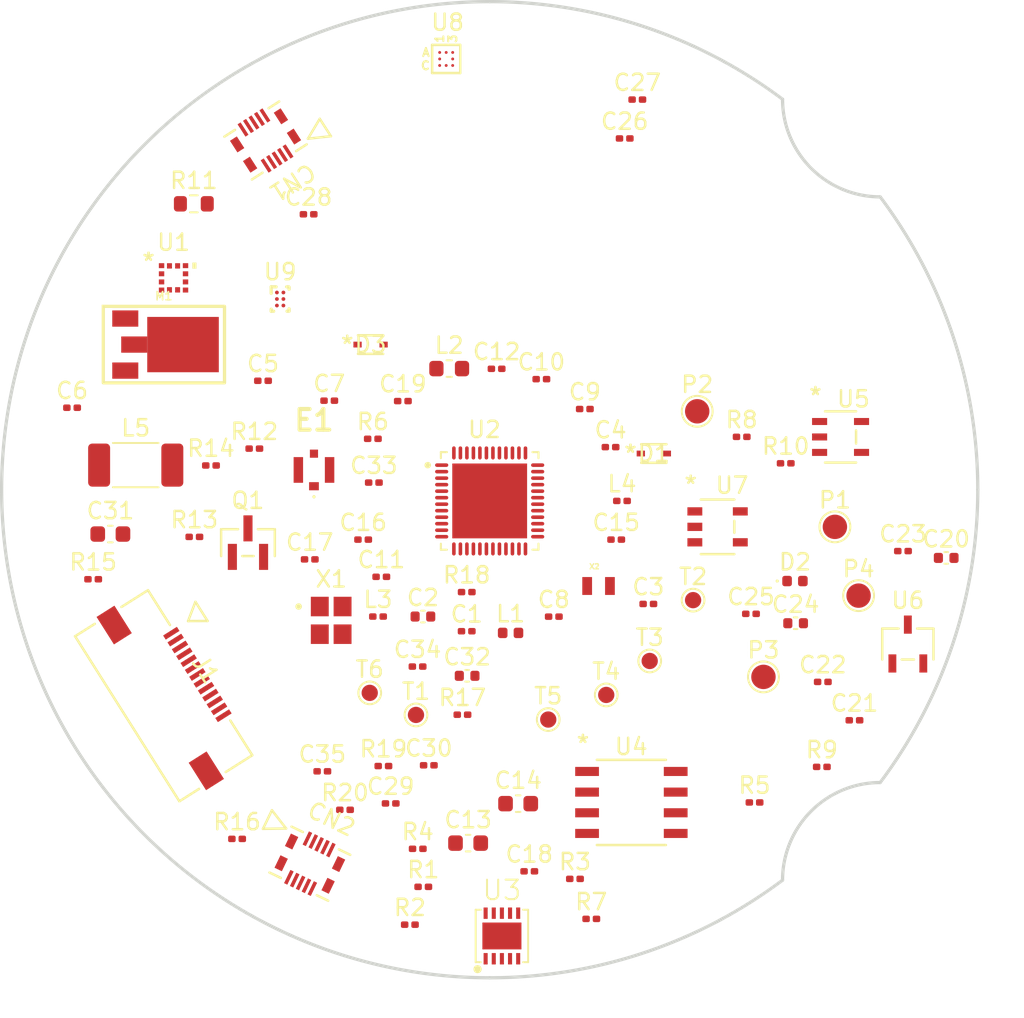
<source format=kicad_pcb>
(kicad_pcb (version 20240108) (generator "pcbnew") (generator_version "8.0")
  (layers (0 "F.Cu" signal) (31 "B.Cu" signal) (34 "B.Paste" user) (35 "F.Paste" user) (36 "B.SilkS" user "B.Silkscreen") (37 "F.SilkS" user "F.Silkscreen") (38 "B.Mask" user) (39 "F.Mask" user) (44 "Edge.Cuts" user))
  (net 0 "")
  (net 1 "Net-(U2-DEC4)")
  (net 2 "GND")
  (net 3 "3V3")
  (net 4 "Net-(U2-XC2)")
  (net 5 "Net-(U1-IO_VDD)")
  (net 6 "Net-(U2-P0.00{slash}XL1)")
  (net 7 "Net-(U2-XC1)")
  (net 8 "Net-(U2-DEC1)")
  (net 9 "Net-(U2-P0.01{slash}XL2)")
  (net 10 "Net-(U2-DEC3)")
  (net 11 "Net-(U2-DEC2)")
  (net 12 "Net-(U3-VREG)")
  (net 13 "Net-(C15-Pad1)")
  (net 14 "Net-(C15-Pad2)")
  (net 15 "Net-(U2-ANT)")
  (net 16 "VBAT")
  (net 17 "Net-(U5-CE)")
  (net 18 "Net-(D1-CATHODE)")
  (net 19 "Net-(D3-CATHODE)")
  (net 20 "Net-(D3-ANODE)")
  (net 21 "Net-(J1-VPP)")
  (net 22 "Net-(J1-VCOMH)")
  (net 23 "POWER_UP")
  (net 24 "BAT_P")
  (net 25 "RX2")
  (net 26 "RX3")
  (net 27 "TX0")
  (net 28 "RX1")
  (net 34 "SCL")
  (net 35 "HR_EN2")
  (net 36 "HR_INT")
  (net 37 "SDA")
  (net 38 "VUSB")
  (net 40 "Net-(J1-IREF)")
  (net 41 "SPI_CLK")
  (net 43 "OLED_CS")
  (net 44 "OLED_RES")
  (net 45 "OLED_A0")
  (net 46 "MOSI")
  (net 47 "Net-(L1-Pad2)")
  (net 48 "Net-(U2-DCC)")
  (net 49 "Net-(U9-SW)")
  (net 50 "Net-(Q1-B)")
  (net 51 "Net-(U3-CRX1)")
  (net 52 "Net-(U3-CRX3)")
  (net 53 "Net-(U3-CRX2)")
  (net 54 "RDY")
  (net 55 "Net-(U4-~HOLD~)")
  (net 56 "CLK")
  (net 57 "Net-(U4-~WP~)")
  (net 58 "C_STATUS")
  (net 59 "Net-(U7-ISEN)")
  (net 60 "MOTOR_DRV")
  (net 61 "Net-(U9-FB)")
  (net 62 "RX")
  (net 63 "TX")
  (net 64 "DIO")
  (net 65 "AC_CLK")
  (net 66 "AC_INT1")
  (net 68 "AC_MISO")
  (net 69 "AC_MOSI")
  (net 70 "AC_CS#")
  (net 74 "OLED_EN1")
  (net 78 "FLASH_CS")
  (net 80 "MISO")
  (net 81 "INT")
  (footprint "OD07_PLUS_-easyedapro:R_0201_0603Metric" (layer "F.Cu") (at 150.57687258130875 122.07306974084426 0)
    (property "Reference" "R4" (at 0 -1.05 0) (layer "F.SilkS"))
    (property "Value" "10K")
    (pad "1" smd roundrect (at -0.32 0) (size 0.46 0.4) (layers "F.Cu" "F.Mask") (net 54 "RDY"))
    (pad "2" smd roundrect (at 0.32 0) (size 0.46 0.4) (layers "F.Cu" "F.Mask") (net 3 "3V3"))
  )
  (footprint "OD07_PLUS_-easyedapro:C_0201_0603Metric" (layer "F.Cu") (at 149.662850217446 94.55248889875341 0)
    (property "Reference" "C19" (at 0 -1.05 0) (layer "F.SilkS"))
    (property "Value" "0.1uF")
    (pad "1" smd roundrect (at -0.32 0) (size 0.46 0.4) (layers "F.Cu" "F.Mask") (net 2 "GND"))
    (pad "2" smd roundrect (at 0.32 0) (size 0.46 0.4) (layers "F.Cu" "F.Mask") (net 3 "3V3"))
  )
  (footprint "OD07_PLUS_-easyedapro:C_0201_0603Metric" (layer "F.Cu") (at 143.93910358521694 104.28329502718555 0)
    (property "Reference" "C17" (at 0 -1.05 0) (layer "F.SilkS"))
    (property "Value" "NC")
    (pad "1" smd roundrect (at -0.32 0) (size 0.46 0.4) (layers "F.Cu" "F.Mask") (net 14 "Net-(C15-Pad2)"))
    (pad "2" smd roundrect (at 0.32 0) (size 0.46 0.4) (layers "F.Cu" "F.Mask") (net 2 "GND"))
  )
  (footprint "OD07_PLUS_-easyedapro:TestPoint_Pad_D1.0mm" (layer "F.Cu") (at 167.50160702619036 106.78836743664876 0)
    (property "Reference" "T2" (at 0 -1.448 0) (layer "F.SilkS"))
    (property "Value" "TX")
    (pad "1" smd circle (at 0 0) (size 1 1) (layers "F.Cu" "F.Mask") (net 63 "TX"))
  )
  (footprint "OD07_PLUS_-easyedapro:C_0201_0603Metric" (layer "F.Cu") (at 164.0734195407731 76.02170366264363 0)
    (property "Reference" "C27" (at 0 -1.05 0) (layer "F.SilkS"))
    (property "Value" "0.1uF")
    (pad "1" smd roundrect (at -0.32 0) (size 0.46 0.4) (layers "F.Cu" "F.Mask") (net 2 "GND"))
    (pad "2" smd roundrect (at 0.32 0) (size 0.46 0.4) (layers "F.Cu" "F.Mask") (net 3 "3V3"))
  )
  (footprint "OD07_PLUS_-easyedapro:R_0201_0603Metric" (layer "F.Cu") (at 170.48884888625412 96.7515718470366 0)
    (property "Reference" "R8" (at 0 -1.05 0) (layer "F.SilkS"))
    (property "Value" "10K")
    (pad "1" smd roundrect (at -0.32 0) (size 0.46 0.4) (layers "F.Cu" "F.Mask") (net 3 "3V3"))
    (pad "2" smd roundrect (at 0.32 0) (size 0.46 0.4) (layers "F.Cu" "F.Mask") (net 58 "C_STATUS"))
  )
  (footprint "OD07_PLUS_-easyedapro:CON_559099872" (layer "F.Cu") (at 141.221212873445 78.53575331585719 -147.30191377432848)
    (property "Reference" "CN1" (at 0 -3.05 -147.30191377432848) (layer "F.SilkS"))
    (property "Value" "")
    (fp_text user "" (at 0 -7.619999 0) (layer "F.SilkS"))
    (pad "1" smd rect (at -0.800001 -1.314999 -147.30191377432848) (size 0.22 0.9) (layers "F.Cu" "F.Paste" "F.Mask") (net 28 "RX1"))
    (pad "2" smd rect (at -0.399999 -1.314999 -147.30191377432848) (size 0.22 0.9) (layers "F.Cu" "F.Paste" "F.Mask") (net 25 "RX2"))
    (pad "3" smd rect (at 0 -1.314999 -147.30191377432848) (size 0.22 0.9) (layers "F.Cu" "F.Paste" "F.Mask") (net 26 "RX3"))
    (pad "4" smd rect (at 0.399999 -1.314999 -147.30191377432848) (size 0.22 0.9) (layers "F.Cu" "F.Paste" "F.Mask") (net 27 "TX0"))
    (pad "5" smd rect (at 0.800001 -1.314999 -147.30191377432848) (size 0.22 0.9) (layers "F.Cu" "F.Paste" "F.Mask"))
    (pad "6" smd rect (at -0.800001 1.314999 -147.30191377432848) (size 0.22 0.9) (layers "F.Cu" "F.Paste" "F.Mask"))
    (pad "7" smd rect (at -0.399999 1.314999 -147.30191377432848) (size 0.22 0.9) (layers "F.Cu" "F.Paste" "F.Mask"))
    (pad "8" smd rect (at 0 1.314999 -147.30191377432848) (size 0.22 0.9) (layers "F.Cu" "F.Paste" "F.Mask"))
    (pad "9" smd rect (at 0.399999 1.314999 -147.30191377432848) (size 0.22 0.9) (layers "F.Cu" "F.Paste" "F.Mask") (net 2 "GND"))
    (pad "10" smd rect (at 0.800001 1.314999 -147.30191377432848) (size 0.22 0.9) (layers "F.Cu" "F.Paste" "F.Mask") (net 2 "GND"))
    (pad "P1" smd rect (at -1.6 0.74 -147.30191377432848) (size 0.5 0.85) (layers "F.Cu" "F.Paste" "F.Mask"))
    (pad "P2" smd rect (at 1.599997 0.74 -147.30191377432848) (size 0.5 0.85) (layers "F.Cu" "F.Paste" "F.Mask"))
    (pad "P3" smd rect (at -1.6 -0.74 -147.30191377432848) (size 0.5 0.85) (layers "F.Cu" "F.Paste" "F.Mask"))
    (pad "P4" smd rect (at 1.599997 -0.74 -147.30191377432848) (size 0.5 0.85) (layers "F.Cu" "F.Paste" "F.Mask"))
  )
  (footprint "OD07_PLUS_-easyedapro:D_0402_1005Metric" (layer "F.Cu") (at 173.76382428839366 105.61444430768756 0)
    (property "Reference" "D2" (at 0 -1.17 0) (layer "F.SilkS"))
    (property "Value" "BTR04F15")
    (pad "1" smd roundrect (at -0.485 0) (size 0.59 0.64) (layers "F.Cu" "F.Paste" "F.Mask") (net 2 "GND"))
    (pad "2" smd roundrect (at 0.485 0) (size 0.59 0.64) (layers "F.Cu" "F.Paste" "F.Mask") (net 38 "VUSB"))
  )
  (footprint "OD07_PLUS_-easyedapro:C_0201_0603Metric" (layer "F.Cu") (at 164.75028188401106 107.02313862795833 0)
    (property "Reference" "C3" (at 0 -1.05 0) (layer "F.SilkS"))
    (property "Value" "0.1uF")
    (pad "1" smd roundrect (at -0.32 0) (size 0.46 0.4) (layers "F.Cu" "F.Mask") (net 2 "GND"))
    (pad "2" smd roundrect (at 0.32 0) (size 0.46 0.4) (layers "F.Cu" "F.Mask") (net 3 "3V3"))
  )
  (footprint "OD07_PLUS_-easyedapro:L_0201_0603Metric" (layer "F.Cu") (at 148.1347418203847 107.79723318784983 0)
    (property "Reference" "L3" (at 0 -1.05 0) (layer "F.SilkS"))
    (property "Value" "3.9nH")
    (pad "1" smd roundrect (at -0.32 0) (size 0.46 0.4) (layers "F.Cu" "F.Mask") (net 15 "Net-(U2-ANT)"))
    (pad "2" smd roundrect (at 0.32 0) (size 0.46 0.4) (layers "F.Cu" "F.Mask") (net 13 "Net-(C15-Pad1)"))
  )
  (footprint "OD07_PLUS_-easyedapro:C_0603_1608Metric" (layer "F.Cu") (at 131.682785338535 102.72627871289245 0)
    (property "Reference" "C31" (at 0 -1.43 0) (layer "F.SilkS"))
    (property "Value" "2.2uF")
    (pad "1" smd roundrect (at -0.775 0) (size 0.9 0.95) (layers "F.Cu" "F.Paste" "F.Mask") (net 21 "Net-(J1-VPP)"))
    (pad "2" smd roundrect (at 0.775 0) (size 0.9 0.95) (layers "F.Cu" "F.Paste" "F.Mask") (net 2 "GND"))
  )
  (footprint "OD07_PLUS_-easyedapro:C_0201_0603Metric" (layer "F.Cu") (at 151.25714654664534 116.93982539882985 0)
    (property "Reference" "C30" (at 0 -1.05 0) (layer "F.SilkS"))
    (property "Value" "0.1uF")
    (pad "1" smd roundrect (at -0.32 0) (size 0.46 0.4) (layers "F.Cu" "F.Mask") (net 2 "GND"))
    (pad "2" smd roundrect (at 0.32 0) (size 0.46 0.4) (layers "F.Cu" "F.Mask") (net 21 "Net-(J1-VPP)"))
  )
  (footprint "OD07_PLUS_-easyedapro:CON_5051101392_MOL" (layer "F.Cu") (at 134.96110901470252 112.66521717245973 -57.70582785539017)
    (property "Reference" "J1" (at 0 -3.05 -57.70582785539017) (layer "F.SilkS"))
    (property "Value" "")
    (fp_text user "" (at 0 -8.89 0) (layer "F.SilkS"))
    (pad "1" smd rect (at -2.999999 -2.45 -57.70582785539017) (size 0.3 1) (layers "F.Cu" "F.Paste" "F.Mask"))
    (pad "2" smd rect (at -2.5 -2.45 -57.70582785539017) (size 0.3 1) (layers "F.Cu" "F.Paste" "F.Mask") (net 21 "Net-(J1-VPP)"))
    (pad "3" smd rect (at -1.999999 -2.45 -57.70582785539017) (size 0.3 1) (layers "F.Cu" "F.Paste" "F.Mask") (net 22 "Net-(J1-VCOMH)"))
    (pad "4" smd rect (at -1.5 -2.45 -57.70582785539017) (size 0.3 1) (layers "F.Cu" "F.Paste" "F.Mask") (net 3 "3V3"))
    (pad "5" smd rect (at -0.999998 -2.45 -57.70582785539017) (size 0.3 1) (layers "F.Cu" "F.Paste" "F.Mask") (net 2 "GND"))
    (pad "6" smd rect (at -0.499999 -2.45 -57.70582785539017) (size 0.3 1) (layers "F.Cu" "F.Paste" "F.Mask") (net 40 "Net-(J1-IREF)"))
    (pad "7" smd rect (at 0 -2.45 -57.70582785539017) (size 0.3 1) (layers "F.Cu" "F.Paste" "F.Mask") (net 43 "OLED_CS"))
    (pad "8" smd rect (at 0.500002 -2.45 -57.70582785539017) (size 0.3 1) (layers "F.Cu" "F.Paste" "F.Mask") (net 44 "OLED_RES"))
    (pad "9" smd rect (at 1.000001 -2.45 -57.70582785539017) (size 0.3 1) (layers "F.Cu" "F.Paste" "F.Mask") (net 45 "OLED_A0"))
    (pad "10" smd rect (at 1.500002 -2.45 -57.70582785539017) (size 0.3 1) (layers "F.Cu" "F.Paste" "F.Mask") (net 41 "SPI_CLK"))
    (pad "11" smd rect (at 2.000001 -2.45 -57.70582785539017) (size 0.3 1) (layers "F.Cu" "F.Paste" "F.Mask") (net 46 "MOSI"))
    (pad "12" smd rect (at 2.5 -2.45 -57.70582785539017) (size 0.3 1) (layers "F.Cu" "F.Paste" "F.Mask") (net 2 "GND"))
    (pad "13" smd rect (at 3.000002 -2.45 -57.70582785539017) (size 0.3 1) (layers "F.Cu" "F.Paste" "F.Mask"))
    (pad "P1" smd rect (at -5.299994 0.249999 -57.70582785539017) (size 2 1.3) (layers "F.Cu" "F.Paste" "F.Mask"))
    (pad "P2" smd rect (at 5.299994 0.249999 -57.70582785539017) (size 2 1.3) (layers "F.Cu" "F.Paste" "F.Mask"))
  )
  (footprint "OD07_PLUS_-easyedapro:C_0201_0603Metric" (layer "F.Cu") (at 160.84799114054294 95.04084269802007 0)
    (property "Reference" "C9" (at 0 -1.05 0) (layer "F.SilkS"))
    (property "Value" "0.1uF")
    (pad "1" smd roundrect (at -0.32 0) (size 0.46 0.4) (layers "F.Cu" "F.Mask") (net 8 "Net-(U2-DEC1)"))
    (pad "2" smd roundrect (at 0.32 0) (size 0.46 0.4) (layers "F.Cu" "F.Mask") (net 2 "GND"))
  )
  (footprint "OD07_PLUS_-easyedapro:L_0402_1005Metric" (layer "F.Cu") (at 156.2828796607441 108.80170970001481 0)
    (property "Reference" "L1" (at 0 -1.17 0) (layer "F.SilkS"))
    (property "Value" "15nH")
    (pad "1" smd roundrect (at -0.485 0) (size 0.59 0.64) (layers "F.Cu" "F.Paste" "F.Mask") (net 1 "Net-(U2-DEC4)"))
    (pad "2" smd roundrect (at 0.485 0) (size 0.59 0.64) (layers "F.Cu" "F.Paste" "F.Mask") (net 47 "Net-(L1-Pad2)"))
  )
  (footprint "OD07_PLUS_-easyedapro:C_0201_0603Metric" (layer "F.Cu") (at 158.9407239107671 107.80266572067478 0)
    (property "Reference" "C8" (at 0 -1.05 0) (layer "F.SilkS"))
    (property "Value" "12pF")
    (pad "1" smd roundrect (at -0.32 0) (size 0.46 0.4) (layers "F.Cu" "F.Mask") (net 7 "Net-(U2-XC1)"))
    (pad "2" smd roundrect (at 0.32 0) (size 0.46 0.4) (layers "F.Cu" "F.Mask") (net 2 "GND"))
  )
  (footprint "OD07_PLUS_-easyedapro:SOT-23_MCC" (layer "F.Cu") (at 140.14204684173848 103.2527995264318 0)
    (property "Reference" "Q1" (at -0.01 -2.59 0) (layer "F.SilkS"))
    (property "Value" "MMBT3904")
    (pad "1" smd rect (at -0.95885 0.8763) (size 0.5588 1.6002) (layers "F.Cu" "F.Paste" "F.Mask") (net 50 "Net-(Q1-B)"))
    (pad "2" smd rect (at 0.95885 0.8763) (size 0.5588 1.6002) (layers "F.Cu" "F.Paste" "F.Mask") (net 2 "GND"))
    (pad "3" smd rect (at 0 -0.8763) (size 0.5588 1.6002) (layers "F.Cu" "F.Paste" "F.Mask") (net 20 "Net-(D3-ANODE)"))
  )
  (footprint "OD07_PLUS_-easyedapro:TestPoint_Pad_D1.5mm" (layer "F.Cu") (at 171.8262675420433 111.50611696314706 0)
    (property "Reference" "P3" (at 0 -1.648 0) (layer "F.SilkS"))
    (property "Value" "GND")
    (pad "1" smd circle (at 0 0) (size 1.5 1.5) (layers "F.Cu" "F.Mask") (net 2 "GND"))
  )
  (footprint "OD07_PLUS_-easyedapro:C_0201_0603Metric" (layer "F.Cu") (at 155.4237230421785 92.56886130854781 0)
    (property "Reference" "C12" (at 0 -1.05 0) (layer "F.SilkS"))
    (property "Value" "NC")
    (pad "1" smd roundrect (at -0.32 0) (size 0.46 0.4) (layers "F.Cu" "F.Mask") (net 11 "Net-(U2-DEC2)"))
    (pad "2" smd roundrect (at 0.32 0) (size 0.46 0.4) (layers "F.Cu" "F.Mask") (net 2 "GND"))
  )
  (footprint "OD07_PLUS_-easyedapro:R_0201_0603Metric" (layer "F.Cu") (at 171.27840305027445 119.2232 0)
    (property "Reference" "R5" (at 0 -1.05 0) (layer "F.SilkS"))
    (property "Value" "10K")
    (pad "1" smd roundrect (at -0.32 0) (size 0.46 0.4) (layers "F.Cu" "F.Mask") (net 3 "3V3"))
    (pad "2" smd roundrect (at 0.32 0) (size 0.46 0.4) (layers "F.Cu" "F.Mask") (net 55 "Net-(U4-~HOLD~)"))
  )
  (footprint "OD07_PLUS_-easyedapro:TestPoint_Pad_D1.0mm" (layer "F.Cu") (at 164.83496632906832 110.52685981396021 0)
    (property "Reference" "T3" (at 0 -1.448 0) (layer "F.SilkS"))
    (property "Value" "SWDIO")
    (pad "1" smd circle (at 0 0) (size 1 1) (layers "F.Cu" "F.Mask") (net 64 "DIO"))
  )
  (footprint "OD07_PLUS_-easyedapro:TestPoint_Pad_D1.5mm" (layer "F.Cu") (at 177.67467682957852 106.51110354997809 0)
    (property "Reference" "P4" (at 0 -1.648 0) (layer "F.SilkS"))
    (property "Value" "B-")
    (pad "1" smd circle (at 0 0) (size 1.5 1.5) (layers "F.Cu" "F.Mask") (net 2 "GND"))
  )
  (footprint "OD07_PLUS_-easyedapro:WL-CSPBGA8_1p2x1p2x0p5_AKM" (layer "F.Cu") (at 152.325 73.5245 0.0)
    (property "Reference" "U8" (at 0.09 -2.25 0) (layer "F.SilkS"))
    (property "Value" "AK09911C")
    (fp_text user "C" (at -1.28 0.41 0) (layer "F.SilkS") (effects (font (size 0.5 0.5))))
    (fp_text user "1" (at -0.4 -1.2446 90) (layer "F.SilkS") (effects (font (size 0.5 0.5))))
    (fp_text user "A" (at -1.2446 -0.4 0) (layer "F.SilkS") (effects (font (size 0.5 0.5))))
    (fp_text user "3" (at 0.4 -1.2446 90) (layer "F.SilkS") (effects (font (size 0.5 0.5))))
    (pad "A1" smd circle (at -0.4 -0.4) (size 0.1778 0.1778) (layers "F.Cu" "F.Paste" "F.Mask") (net 3 "3V3"))
    (pad "A2" smd circle (at 0 -0.4) (size 0.1778 0.1778) (layers "F.Cu" "F.Paste" "F.Mask"))
    (pad "A3" smd circle (at 0.4 -0.4) (size 0.1778 0.1778) (layers "F.Cu" "F.Paste" "F.Mask") (net 81 "INT"))
    (pad "B1" smd circle (at -0.4 0) (size 0.1778 0.1778) (layers "F.Cu" "F.Paste" "F.Mask") (net 2 "GND"))
    (pad "B3" smd circle (at 0.4 0) (size 0.1778 0.1778) (layers "F.Cu" "F.Paste" "F.Mask") (net 34 "SCL"))
    (pad "C1" smd circle (at -0.4 0.4) (size 0.1778 0.1778) (layers "F.Cu" "F.Paste" "F.Mask") (net 3 "3V3"))
    (pad "C2" smd circle (at 0 0.4) (size 0.1778 0.1778) (layers "F.Cu" "F.Paste" "F.Mask"))
    (pad "C3" smd circle (at 0.4 0.4) (size 0.1778 0.1778) (layers "F.Cu" "F.Paste" "F.Mask") (net 37 "SDA"))
  )
  (footprint "OD07_PLUS_-easyedapro:R_0201_0603Metric" (layer "F.Cu") (at 175.41488328905797 117.03709956254343 0)
    (property "Reference" "R9" (at 0 -1.05 0) (layer "F.SilkS"))
    (property "Value" "NC")
    (pad "1" smd roundrect (at -0.32 0) (size 0.46 0.4) (layers "F.Cu" "F.Mask") (net 17 "Net-(U5-CE)"))
    (pad "2" smd roundrect (at 0.32 0) (size 0.46 0.4) (layers "F.Cu" "F.Mask") (net 16 "VBAT"))
  )
  (footprint "OD07_PLUS_-easyedapro:R_0201_0603Metric" (layer "F.Cu") (at 150.09339093356996 126.73545573957907 0)
    (property "Reference" "R2" (at 0 -1.05 0) (layer "F.SilkS"))
    (property "Value" "330R")
    (pad "1" smd roundrect (at -0.32 0) (size 0.46 0.4) (layers "F.Cu" "F.Mask") (net 52 "Net-(U3-CRX3)"))
    (pad "2" smd roundrect (at 0.32 0) (size 0.46 0.4) (layers "F.Cu" "F.Mask") (net 26 "RX3"))
  )
  (footprint "OD07_PLUS_-easyedapro:C_0201_0603Metric" (layer "F.Cu") (at 162.7750586688665 103.06765663069429 0)
    (property "Reference" "C15" (at 0 -1.05 0) (layer "F.SilkS"))
    (property "Value" "12pF")
    (pad "1" smd roundrect (at -0.32 0) (size 0.46 0.4) (layers "F.Cu" "F.Mask") (net 13 "Net-(C15-Pad1)"))
    (pad "2" smd roundrect (at 0.32 0) (size 0.46 0.4) (layers "F.Cu" "F.Mask") (net 14 "Net-(C15-Pad2)"))
  )
  (footprint "OD07_PLUS_-easyedapro:CR_350TA_DIO" (layer "F.Cu") (at 165.0887131755152 97.77638677404545 0)
    (property "Reference" "D1" (at 0 0 0) (layer "F.SilkS"))
    (property "Value" "ZHCS350TA")
    (fp_text user "*" (at -1.4351 0 0) (layer "F.SilkS"))
    (fp_text user "*" (at -1.4351 0 0) (layer "F.SilkS"))
    (pad "1" smd rect (at -0.8001 0) (size 0.508 0.3556) (layers "F.Cu" "F.Paste" "F.Mask") (net 38 "VUSB"))
    (pad "2" smd rect (at 0.8001 0) (size 0.508 0.3556) (layers "F.Cu" "F.Paste" "F.Mask") (net 18 "Net-(D1-CATHODE)"))
  )
  (footprint "OD07_PLUS_-easyedapro:C_0402_1005Metric" (layer "F.Cu") (at 150.89514139433155 107.79655880394239 0)
    (property "Reference" "C2" (at 0 -1.16 0) (layer "F.SilkS"))
    (property "Value" "4.7uF")
    (pad "1" smd roundrect (at -0.48 0) (size 0.56 0.62) (layers "F.Cu" "F.Paste" "F.Mask") (net 2 "GND"))
    (pad "2" smd roundrect (at 0.48 0) (size 0.56 0.62) (layers "F.Cu" "F.Paste" "F.Mask") (net 3 "3V3"))
  )
  (footprint "OD07_PLUS_-easyedapro:IQS263B" (layer "F.Cu") (at 155.75 127.43 0.0)
    (property "Reference" "U3" (at 0 -2.81 0) (layer "F.SilkS") (effects (font (size 1.2 1.2) (thickness 0.12))))
    (property "Value" "IQS263")
    (pad "1" smd rect (at -1 1.4 90) (size 0.7 0.25) (layers "F.Cu" "F.Paste" "F.Mask") (net 2 "GND"))
    (pad "2" smd rect (at -0.5 1.4 90) (size 0.7 0.25) (layers "F.Cu" "F.Paste" "F.Mask") (net 51 "Net-(U3-CRX1)"))
    (pad "3" smd rect (at 0 1.4 90) (size 0.7 0.25) (layers "F.Cu" "F.Paste" "F.Mask") (net 53 "Net-(U3-CRX2)"))
    (pad "4" smd rect (at 0.5 1.4 90) (size 0.7 0.25) (layers "F.Cu" "F.Paste" "F.Mask") (net 3 "3V3"))
    (pad "5" smd rect (at 1 1.4 90) (size 0.7 0.25) (layers "F.Cu" "F.Paste" "F.Mask") (net 12 "Net-(U3-VREG)"))
    (pad "6" smd rect (at 1 -1.4 90) (size 0.7 0.25) (layers "F.Cu" "F.Paste" "F.Mask") (net 54 "RDY"))
    (pad "7" smd rect (at 0.5 -1.4 90) (size 0.7 0.25) (layers "F.Cu" "F.Paste" "F.Mask") (net 37 "SDA"))
    (pad "8" smd rect (at 0 -1.4 90) (size 0.7 0.25) (layers "F.Cu" "F.Paste" "F.Mask") (net 34 "SCL"))
    (pad "9" smd rect (at -0.5 -1.4 90) (size 0.7 0.25) (layers "F.Cu" "F.Paste" "F.Mask") (net 52 "Net-(U3-CRX3)"))
    (pad "10" smd rect (at -1 -1.4 90) (size 0.7 0.25) (layers "F.Cu" "F.Paste" "F.Mask") (net 27 "TX0"))
    (pad "11" smd rect (at 0 0) (size 2.4 1.65) (layers "F.Cu" "F.Paste" "F.Mask") (net 2 "GND"))
  )
  (footprint "OD07_PLUS_-easyedapro:TestPoint_Pad_D1.0mm" (layer "F.Cu") (at 147.62618621434225 112.48755264446078 0)
    (property "Reference" "T6" (at 0 -1.448 0) (layer "F.SilkS"))
    (property "Value" "GND")
    (pad "1" smd circle (at 0 0) (size 1 1) (layers "F.Cu" "F.Mask") (net 2 "GND"))
  )
  (footprint "OD07_PLUS_-easyedapro:CR_350TA_DIO" (layer "F.Cu") (at 147.67764803659955 91.08 0)
    (property "Reference" "D3" (at 0 0 0) (layer "F.SilkS"))
    (property "Value" "ZHCS350TA")
    (fp_text user "*" (at -1.4351 0 0) (layer "F.SilkS"))
    (fp_text user "*" (at -1.4351 0 0) (layer "F.SilkS"))
    (pad "1" smd rect (at -0.8001 0) (size 0.508 0.3556) (layers "F.Cu" "F.Paste" "F.Mask") (net 20 "Net-(D3-ANODE)"))
    (pad "2" smd rect (at 0.8001 0) (size 0.508 0.3556) (layers "F.Cu" "F.Paste" "F.Mask") (net 19 "Net-(D3-CATHODE)"))
  )
  (footprint "OD07_PLUS_-easyedapro:C_0201_0603Metric" (layer "F.Cu") (at 148.33653066504684 105.35449480768945 0)
    (property "Reference" "C11" (at 0 -1.05 0) (layer "F.SilkS"))
    (property "Value" "100pF")
    (pad "1" smd roundrect (at -0.32 0) (size 0.46 0.4) (layers "F.Cu" "F.Mask") (net 10 "Net-(U2-DEC3)"))
    (pad "2" smd roundrect (at 0.32 0) (size 0.46 0.4) (layers "F.Cu" "F.Mask") (net 2 "GND"))
  )
  (footprint "OD07_PLUS_-easyedapro:CON_559099872" (layer "F.Cu") (at 143.9454426476036 122.98621612240504 -25.68390131368288)
    (property "Reference" "CN2" (at 0 -3.05 -25.68390131368288) (layer "F.SilkS"))
    (property "Value" "")
    (fp_text user "" (at 0 -7.619999 0) (layer "F.SilkS"))
    (pad "1" smd rect (at -0.800001 -1.314999 -25.68390131368288) (size 0.22 0.9) (layers "F.Cu" "F.Paste" "F.Mask") (net 37 "SDA"))
    (pad "2" smd rect (at -0.399999 -1.314999 -25.68390131368288) (size 0.22 0.9) (layers "F.Cu" "F.Paste" "F.Mask") (net 34 "SCL"))
    (pad "3" smd rect (at 0 -1.314999 -25.68390131368288) (size 0.22 0.9) (layers "F.Cu" "F.Paste" "F.Mask") (net 36 "HR_INT"))
    (pad "4" smd rect (at 0.399999 -1.314999 -25.68390131368288) (size 0.22 0.9) (layers "F.Cu" "F.Paste" "F.Mask") (net 35 "HR_EN2"))
    (pad "5" smd rect (at 0.800001 -1.314999 -25.68390131368288) (size 0.22 0.9) (layers "F.Cu" "F.Paste" "F.Mask") (net 3 "3V3"))
    (pad "6" smd rect (at -0.800001 1.314999 -25.68390131368288) (size 0.22 0.9) (layers "F.Cu" "F.Paste" "F.Mask") (net 16 "VBAT"))
    (pad "7" smd rect (at -0.399999 1.314999 -25.68390131368288) (size 0.22 0.9) (layers "F.Cu" "F.Paste" "F.Mask") (net 16 "VBAT"))
    (pad "8" smd rect (at 0 1.314999 -25.68390131368288) (size 0.22 0.9) (layers "F.Cu" "F.Paste" "F.Mask"))
    (pad "9" smd rect (at 0.399999 1.314999 -25.68390131368288) (size 0.22 0.9) (layers "F.Cu" "F.Paste" "F.Mask") (net 2 "GND"))
    (pad "10" smd rect (at 0.800001 1.314999 -25.68390131368288) (size 0.22 0.9) (layers "F.Cu" "F.Paste" "F.Mask") (net 2 "GND"))
    (pad "P1" smd rect (at -1.6 0.74 -25.68390131368288) (size 0.5 0.85) (layers "F.Cu" "F.Paste" "F.Mask"))
    (pad "P2" smd rect (at 1.599997 0.74 -25.68390131368288) (size 0.5 0.85) (layers "F.Cu" "F.Paste" "F.Mask"))
    (pad "P3" smd rect (at -1.6 -0.74 -25.68390131368288) (size 0.5 0.85) (layers "F.Cu" "F.Paste" "F.Mask"))
    (pad "P4" smd rect (at 1.599997 -0.74 -25.68390131368288) (size 0.5 0.85) (layers "F.Cu" "F.Paste" "F.Mask"))
  )
  (footprint "OD07_PLUS_-easyedapro:C_0603_1608Metric" (layer "F.Cu") (at 156.74862016682175 119.29689141143987 0)
    (property "Reference" "C14" (at 0 -1.43 0) (layer "F.SilkS"))
    (property "Value" "2.2uF")
    (pad "1" smd roundrect (at -0.775 0) (size 0.9 0.95) (layers "F.Cu" "F.Paste" "F.Mask") (net 12 "Net-(U3-VREG)"))
    (pad "2" smd roundrect (at 0.775 0) (size 0.9 0.95) (layers "F.Cu" "F.Paste" "F.Mask") (net 2 "GND"))
  )
  (footprint "OD07_PLUS_-easyedapro:R_0201_0603Metric" (layer "F.Cu") (at 160.24094358577173 123.92129032698375 0)
    (property "Reference" "R3" (at 0 -1.05 0) (layer "F.SilkS"))
    (property "Value" "330R")
    (pad "1" smd roundrect (at -0.32 0) (size 0.46 0.4) (layers "F.Cu" "F.Mask") (net 25 "RX2"))
    (pad "2" smd roundrect (at 0.32 0) (size 0.46 0.4) (layers "F.Cu" "F.Mask") (net 53 "Net-(U3-CRX2)"))
  )
  (footprint "OD07_PLUS_-easyedapro:C_0402_1005Metric" (layer "F.Cu") (at 183.05894847986022 104.19235783268104 0)
    (property "Reference" "C20" (at 0 -1.16 0) (layer "F.SilkS"))
    (property "Value" "4.7uF")
    (pad "1" smd roundrect (at -0.48 0) (size 0.56 0.62) (layers "F.Cu" "F.Paste" "F.Mask") (net 3 "3V3"))
    (pad "2" smd roundrect (at 0.48 0) (size 0.56 0.62) (layers "F.Cu" "F.Paste" "F.Mask") (net 2 "GND"))
  )
  (footprint "OD07_PLUS_-easyedapro:R_0201_0603Metric" (layer "F.Cu") (at 130.62593491824478 105.50375805076999 0)
    (property "Reference" "R15" (at 0 -1.05 0) (layer "F.SilkS"))
    (property "Value" "155K 1%")
    (pad "1" smd roundrect (at -0.32 0) (size 0.46 0.4) (layers "F.Cu" "F.Mask") (net 61 "Net-(U9-FB)"))
    (pad "2" smd roundrect (at 0.32 0) (size 0.46 0.4) (layers "F.Cu" "F.Mask") (net 2 "GND"))
  )
  (footprint "OD07_PLUS_-easyedapro:TestPoint_Pad_D1.5mm" (layer "F.Cu") (at 176.2181844144879 102.2834 0)
    (property "Reference" "P1" (at 0 -1.648 0) (layer "F.SilkS"))
    (property "Value" "VUSB")
    (pad "1" smd circle (at 0 0) (size 1.5 1.5) (layers "F.Cu" "F.Mask") (net 38 "VUSB"))
  )
  (footprint "OD07_PLUS_-easyedapro:R_0201_0603Metric" (layer "F.Cu") (at 137.867543537864 98.51061789525727 0)
    (property "Reference" "R14" (at 0 -1.05 0) (layer "F.SilkS"))
    (property "Value" "810K 1%")
    (pad "1" smd roundrect (at -0.32 0) (size 0.46 0.4) (layers "F.Cu" "F.Mask") (net 61 "Net-(U9-FB)"))
    (pad "2" smd roundrect (at 0.32 0) (size 0.46 0.4) (layers "F.Cu" "F.Mask") (net 21 "Net-(J1-VPP)"))
  )
  (footprint "OD07_PLUS_-easyedapro:C_0201_0603Metric" (layer "F.Cu") (at 158.1756504166674 93.2041938036049 0)
    (property "Reference" "C10" (at 0 -1.05 0) (layer "F.SilkS"))
    (property "Value" "20PF")
    (pad "1" smd roundrect (at -0.32 0) (size 0.46 0.4) (layers "F.Cu" "F.Mask") (net 2 "GND"))
    (pad "2" smd roundrect (at 0.32 0) (size 0.46 0.4) (layers "F.Cu" "F.Mask") (net 9 "Net-(U2-P0.01{slash}XL2)"))
  )
  (footprint "OD07_PLUS_-easyedapro:TestPoint_Pad_D1.0mm" (layer "F.Cu") (at 162.16301924640965 112.61441366442797 0)
    (property "Reference" "T4" (at 0 -1.448 0) (layer "F.SilkS"))
    (property "Value" "SWDCLK")
    (pad "1" smd circle (at 0 0) (size 1 1) (layers "F.Cu" "F.Mask") (net 56 "CLK"))
  )
  (footprint "OD07_PLUS_-easyedapro:R_0201_0603Metric" (layer "F.Cu") (at 148.46594352545992 116.98550817034189 0)
    (property "Reference" "R19" (at 0 -1.05 0) (layer "F.SilkS"))
    (property "Value" "1M_1%")
    (pad "1" smd roundrect (at -0.32 0) (size 0.46 0.4) (layers "F.Cu" "F.Mask") (net 16 "VBAT"))
    (pad "2" smd roundrect (at 0.32 0) (size 0.46 0.4) (layers "F.Cu" "F.Mask") (net 24 "BAT_P"))
  )
  (footprint "OD07_PLUS_-easyedapro:R_0201_0603Metric" (layer "F.Cu") (at 147.81772682007835 96.87212692201132 0)
    (property "Reference" "R6" (at 0 -1.05 0) (layer "F.SilkS"))
    (property "Value" "10K")
    (pad "1" smd roundrect (at -0.32 0) (size 0.46 0.4) (layers "F.Cu" "F.Mask") (net 56 "CLK"))
    (pad "2" smd roundrect (at 0.32 0) (size 0.46 0.4) (layers "F.Cu" "F.Mask") (net 2 "GND"))
  )
  (footprint "OD07_PLUS_-easyedapro:C_0201_0603Metric" (layer "F.Cu") (at 145.13689883381124 94.52803557285048 0)
    (property "Reference" "C7" (at 0 -1.05 0) (layer "F.SilkS"))
    (property "Value" "20PF")
    (pad "1" smd roundrect (at -0.32 0) (size 0.46 0.4) (layers "F.Cu" "F.Mask") (net 2 "GND"))
    (pad "2" smd roundrect (at 0.32 0) (size 0.46 0.4) (layers "F.Cu" "F.Mask") (net 6 "Net-(U2-P0.00{slash}XL1)"))
  )
  (footprint "OD07_PLUS_-easyedapro:R_0201_0603Metric" (layer "F.Cu") (at 139.47256556266075 121.46350220654378 0)
    (property "Reference" "R16" (at 0 -1.05 0) (layer "F.SilkS"))
    (property "Value" "560K")
    (pad "1" smd roundrect (at -0.32 0) (size 0.46 0.4) (layers "F.Cu" "F.Mask") (net 40 "Net-(J1-IREF)"))
    (pad "2" smd roundrect (at 0.32 0) (size 0.46 0.4) (layers "F.Cu" "F.Mask") (net 2 "GND"))
  )
  (footprint "OD07_PLUS_-easyedapro:R_0201_0603Metric" (layer "F.Cu") (at 153.58820086318968 106.29291341741153 0)
    (property "Reference" "R18" (at 0 -1.05 0) (layer "F.SilkS"))
    (property "Value" "1M_1%")
    (pad "1" smd roundrect (at -0.32 0) (size 0.46 0.4) (layers "F.Cu" "F.Mask") (net 23 "POWER_UP"))
    (pad "2" smd roundrect (at 0.32 0) (size 0.46 0.4) (layers "F.Cu" "F.Mask") (net 2 "GND"))
  )
  (footprint "OD07_PLUS_-easyedapro:XC61C_SOT-23_TOR" (layer "F.Cu") (at 180.7018 109.48660000000001 0.0)
    (property "Reference" "U6" (at 0 -2.68 0) (layer "F.SilkS"))
    (property "Value" "XC61CC3302MR-G")
    (pad "1" smd rect (at -0.950001 1.1938) (size 0.4826 1.1176) (layers "F.Cu" "F.Paste" "F.Mask") (net 17 "Net-(U5-CE)"))
    (pad "2" smd rect (at 0.950001 1.1938) (size 0.4826 1.1176) (layers "F.Cu" "F.Paste" "F.Mask") (net 2 "GND"))
    (pad "3" smd rect (at 0 -1.1938) (size 0.4826 1.1176) (layers "F.Cu" "F.Paste" "F.Mask") (net 16 "VBAT"))
  )
  (footprint "OD07_PLUS_-easyedapro:C_0201_0603Metric" (layer "F.Cu") (at 148.91295548346818 119.28401646200699 0)
    (property "Reference" "C29" (at 0 -1.05 0) (layer "F.SilkS"))
    (property "Value" "1uF")
    (pad "1" smd roundrect (at -0.32 0) (size 0.46 0.4) (layers "F.Cu" "F.Mask") (net 16 "VBAT"))
    (pad "2" smd roundrect (at 0.32 0) (size 0.46 0.4) (layers "F.Cu" "F.Mask") (net 2 "GND"))
  )
  (footprint "OD07_PLUS_-easyedapro:R_0603_1608Metric" (layer "F.Cu") (at 136.81413543397554 82.42754806190862 0)
    (property "Reference" "R11" (at 0 -1.43 0) (layer "F.SilkS"))
    (property "Value" "25.5R")
    (pad "1" smd roundrect (at -0.825 0) (size 0.8 0.95) (layers "F.Cu" "F.Paste" "F.Mask") (net 16 "VBAT"))
    (pad "2" smd roundrect (at 0.825 0) (size 0.8 0.95) (layers "F.Cu" "F.Paste" "F.Mask") (net 19 "Net-(D3-CATHODE)"))
  )
  (footprint "OD07_PLUS_-easyedapro:C_0201_0603Metric" (layer "F.Cu") (at 163.2974905504048 78.40976754231707 0)
    (property "Reference" "C26" (at 0 -1.05 0) (layer "F.SilkS"))
    (property "Value" "0.1uF")
    (pad "1" smd roundrect (at -0.32 0) (size 0.46 0.4) (layers "F.Cu" "F.Mask") (net 2 "GND"))
    (pad "2" smd roundrect (at 0.32 0) (size 0.46 0.4) (layers "F.Cu" "F.Mask") (net 3 "3V3"))
  )
  (footprint "OD07_PLUS_-easyedapro:C_0201_0603Metric" (layer "F.Cu") (at 162.4273276927392 97.38230542645152 0)
    (property "Reference" "C4" (at 0 -1.05 0) (layer "F.SilkS"))
    (property "Value" "12pF")
    (pad "1" smd roundrect (at -0.32 0) (size 0.46 0.4) (layers "F.Cu" "F.Mask") (net 4 "Net-(U2-XC2)"))
    (pad "2" smd roundrect (at 0.32 0) (size 0.46 0.4) (layers "F.Cu" "F.Mask") (net 2 "GND"))
  )
  (footprint "OD07_PLUS_-easyedapro:C_0603_1608Metric" (layer "F.Cu") (at 153.67302182828251 121.72354937250648 0)
    (property "Reference" "C13" (at 0 -1.43 0) (layer "F.SilkS"))
    (property "Value" "2.2uF")
    (pad "1" smd roundrect (at -0.775 0) (size 0.9 0.95) (layers "F.Cu" "F.Paste" "F.Mask") (net 3 "3V3"))
    (pad "2" smd roundrect (at 0.775 0) (size 0.9 0.95) (layers "F.Cu" "F.Paste" "F.Mask") (net 2 "GND"))
  )
  (footprint "OD07_PLUS_-easyedapro:C_0402_1005Metric" (layer "F.Cu") (at 173.80340209274547 108.20695726479279 0)
    (property "Reference" "C24" (at 0 -1.16 0) (layer "F.SilkS"))
    (property "Value" "4.7uF")
    (pad "1" smd roundrect (at -0.48 0) (size 0.56 0.62) (layers "F.Cu" "F.Paste" "F.Mask") (net 16 "VBAT"))
    (pad "2" smd roundrect (at 0.48 0) (size 0.56 0.62) (layers "F.Cu" "F.Paste" "F.Mask") (net 2 "GND"))
  )
  (footprint "OD07_PLUS_-easyedapro:LGA12_2X2_KNX" (layer "F.Cu") (at 135.56650814258666 86.97880814258666 0.0)
    (property "Reference" "U1" (at 0 -2.18 0) (layer "F.SilkS"))
    (property "Value" "KX122_1037")
    (fp_text user "*" (at -1.5367 -1 0) (layer "F.SilkS"))
    (fp_text user "*" (at -1.5367 -1 0) (layer "F.SilkS"))
    (pad "1" smd rect (at -0.7366 -0.750001 90) (size 0.3048 0.3302) (layers "F.Cu" "F.Paste" "F.Mask") (net 68 "AC_MISO"))
    (pad "2" smd rect (at -0.7366 -0.25 90) (size 0.3048 0.3302) (layers "F.Cu" "F.Paste" "F.Mask") (net 69 "AC_MOSI"))
    (pad "3" smd rect (at -0.7366 0.25 90) (size 0.3048 0.3302) (layers "F.Cu" "F.Paste" "F.Mask") (net 5 "Net-(U1-IO_VDD)"))
    (pad "4" smd rect (at -0.7366 0.750001 90) (size 0.3048 0.3302) (layers "F.Cu" "F.Paste" "F.Mask") (net 2 "GND"))
    (pad "5" smd rect (at -0.25 0.7366) (size 0.3048 0.3302) (layers "F.Cu" "F.Paste" "F.Mask") (net 66 "AC_INT1"))
    (pad "6" smd rect (at 0.25 0.7366) (size 0.3048 0.3302) (layers "F.Cu" "F.Paste" "F.Mask"))
    (pad "7" smd rect (at 0.7366 0.750001 90) (size 0.3048 0.3302) (layers "F.Cu" "F.Paste" "F.Mask") (net 3 "3V3"))
    (pad "8" smd rect (at 0.7366 0.25 90) (size 0.3048 0.3302) (layers "F.Cu" "F.Paste" "F.Mask") (net 2 "GND"))
    (pad "9" smd rect (at 0.7366 -0.25 90) (size 0.3048 0.3302) (layers "F.Cu" "F.Paste" "F.Mask") (net 2 "GND"))
    (pad "10" smd rect (at 0.7366 -0.750001 90) (size 0.3048 0.3302) (layers "F.Cu" "F.Paste" "F.Mask") (net 70 "AC_CS#"))
    (pad "11" smd rect (at 0.25 -0.7366) (size 0.3048 0.3302) (layers "F.Cu" "F.Paste" "F.Mask"))
    (pad "12" smd rect (at -0.25 -0.7366) (size 0.3048 0.3302) (layers "F.Cu" "F.Paste" "F.Mask") (net 65 "AC_CLK"))
  )
  (footprint "OD07_PLUS_-easyedapro:C_0201_0603Metric" (layer "F.Cu") (at 144.71183197133894 117.30994577110403 0)
    (property "Reference" "C35" (at 0 -1.05 0) (layer "F.SilkS"))
    (property "Value" "0.1uF")
    (pad "1" smd roundrect (at -0.32 0) (size 0.46 0.4) (layers "F.Cu" "F.Mask") (net 24 "BAT_P"))
    (pad "2" smd roundrect (at 0.32 0) (size 0.46 0.4) (layers "F.Cu" "F.Mask") (net 2 "GND"))
  )
  (footprint "OD07_PLUS_-easyedapro:C_0201_0603Metric" (layer "F.Cu") (at 141.06587080651082 93.30510121101577 0)
    (property "Reference" "C5" (at 0 -1.05 0) (layer "F.SilkS"))
    (property "Value" "0.1uF")
    (pad "1" smd roundrect (at -0.32 0) (size 0.46 0.4) (layers "F.Cu" "F.Mask") (net 5 "Net-(U1-IO_VDD)"))
    (pad "2" smd roundrect (at 0.32 0) (size 0.46 0.4) (layers "F.Cu" "F.Mask") (net 2 "GND"))
  )
  (footprint "OD07_PLUS_-easyedapro:C_0201_0603Metric" (layer "F.Cu") (at 175.4748422192438 111.81379154088935 0)
    (property "Reference" "C22" (at 0 -1.05 0) (layer "F.SilkS"))
    (property "Value" "0.1uF")
    (pad "1" smd roundrect (at -0.32 0) (size 0.46 0.4) (layers "F.Cu" "F.Mask") (net 2 "GND"))
    (pad "2" smd roundrect (at 0.32 0) (size 0.46 0.4) (layers "F.Cu" "F.Mask") (net 16 "VBAT"))
  )
  (footprint "OD07_PLUS_-easyedapro:XTAL_ECS-.327-12.5-12-TR" (layer "F.Cu") (at 161.69048168659242 105.91865770972873 0)
    (property "Reference" "X2" (at -0.254313 -1.197695 0) (layer "F.SilkS") (effects (font (size 0.320399 0.320399))))
    (property "Value" "32.768KHz")
    (pad "1" smd rect (at -0.7 0) (size 0.6 1.1) (layers "F.Cu" "F.Paste" "F.Mask") (net 9 "Net-(U2-P0.01{slash}XL2)"))
    (pad "2" smd rect (at 0.7 0) (size 0.6 1.1) (layers "F.Cu" "F.Paste" "F.Mask") (net 6 "Net-(U2-P0.00{slash}XL1)"))
  )
  (footprint "OD07_PLUS_-easyedapro:TestPoint_Pad_D1.5mm" (layer "F.Cu") (at 167.75432150833274 95.18137575711036 0)
    (property "Reference" "P2" (at 0 -1.648 0) (layer "F.SilkS"))
    (property "Value" "B+")
    (pad "1" smd circle (at 0 0) (size 1.5 1.5) (layers "F.Cu" "F.Mask") (net 16 "VBAT"))
  )
  (footprint "OD07_PLUS_-easyedapro:TestPoint_Pad_D1.0mm" (layer "F.Cu") (at 158.59865052394662 114.12739842279873 0)
    (property "Reference" "T5" (at 0 -1.448 0) (layer "F.SilkS"))
    (property "Value" "3V3")
    (pad "1" smd circle (at 0 0) (size 1 1) (layers "F.Cu" "F.Mask") (net 3 "3V3"))
  )
  (footprint "OD07_PLUS_-easyedapro:C_0201_0603Metric" (layer "F.Cu") (at 153.5859547307146 108.69874676629354 0)
    (property "Reference" "C1" (at 0 -1.05 0) (layer "F.SilkS"))
    (property "Value" "1uF")
    (pad "1" smd roundrect (at -0.32 0) (size 0.46 0.4) (layers "F.Cu" "F.Mask") (net 2 "GND"))
    (pad "2" smd roundrect (at 0.32 0) (size 0.46 0.4) (layers "F.Cu" "F.Mask") (net 1 "Net-(U2-DEC4)"))
  )
  (footprint "OD07_PLUS_-easyedapro:R_0201_0603Metric" (layer "F.Cu") (at 146.10562412772302 119.67613531100324 0)
    (property "Reference" "R20" (at 0 -1.05 0) (layer "F.SilkS"))
    (property "Value" "196K_1%")
    (pad "1" smd roundrect (at -0.32 0) (size 0.46 0.4) (layers "F.Cu" "F.Mask") (net 24 "BAT_P"))
    (pad "2" smd roundrect (at 0.32 0) (size 0.46 0.4) (layers "F.Cu" "F.Mask") (net 2 "GND"))
  )
  (footprint "OD07_PLUS_-easyedapro:L_0603_1608Metric" (layer "F.Cu") (at 152.51123391807172 92.5557939915436 0)
    (property "Reference" "L2" (at 0 -1.43 0) (layer "F.SilkS"))
    (property "Value" "10uH")
    (pad "1" smd roundrect (at -0.7875 0) (size 0.875 0.95) (layers "F.Cu" "F.Paste" "F.Mask") (net 47 "Net-(L1-Pad2)"))
    (pad "2" smd roundrect (at 0.7875 0) (size 0.875 0.95) (layers "F.Cu" "F.Paste" "F.Mask") (net 48 "Net-(U2-DCC)"))
  )
  (footprint "OD07_PLUS_-easyedapro:C_0201_0603Metric" (layer "F.Cu") (at 129.3296476366941 94.96162555825934 0)
    (property "Reference" "C6" (at 0 -1.05 0) (layer "F.SilkS"))
    (property "Value" "0.1uF")
    (pad "1" smd roundrect (at -0.32 0) (size 0.46 0.4) (layers "F.Cu" "F.Mask") (net 3 "3V3"))
    (pad "2" smd roundrect (at 0.32 0) (size 0.46 0.4) (layers "F.Cu" "F.Mask") (net 2 "GND"))
  )
  (footprint "OD07_PLUS_-easyedapro:XTAL_FA-20H_32.0000MF12Y-W3" (layer "F.Cu") (at 145.25621216060085 108.03105341570443 0)
    (property "Reference" "X1" (at 0 -2.535 0) (layer "F.SilkS"))
    (property "Value" "CRYSTAL1-4/SM")
    (pad "1" smd rect (at -0.7 -0.85) (size 1.1 1.2) (layers "F.Cu" "F.Paste" "F.Mask") (net 4 "Net-(U2-XC2)"))
    (pad "2" smd rect (at -0.7 0.85) (size 1.1 1.2) (layers "F.Cu" "F.Paste" "F.Mask") (net 2 "GND"))
    (pad "3" smd rect (at 0.7 0.85) (size 1.1 1.2) (layers "F.Cu" "F.Paste" "F.Mask") (net 7 "Net-(U2-XC1)"))
    (pad "4" smd rect (at 0.7 -0.85) (size 1.1 1.2) (layers "F.Cu" "F.Paste" "F.Mask") (net 2 "GND"))
  )
  (footprint "OD07_PLUS_-easyedapro:C_0201_0603Metric" (layer "F.Cu") (at 150.5657434921014 110.87105965799769 0)
    (property "Reference" "C34" (at 0 -1.05 0) (layer "F.SilkS"))
    (property "Value" "0.1uF")
    (pad "1" smd roundrect (at -0.32 0) (size 0.46 0.4) (layers "F.Cu" "F.Mask") (net 23 "POWER_UP"))
    (pad "2" smd roundrect (at 0.32 0) (size 0.46 0.4) (layers "F.Cu" "F.Mask") (net 2 "GND"))
  )
  (footprint "OD07_PLUS_-easyedapro:Z3OC1T8219731" (layer "F.Cu") (at 134.975 91.08 0.0)
    (property "Reference" "M1" (at -0.01 -2.98 0) (layer "F.SilkS") (effects (font (size 0.5 0.5) (thickness 0.1))))
    (property "Value" "Z3OC1T8219731")
    (pad "1" smd rect (at -2.375 -1.6) (size 1.6 1) (layers "F.Cu" "F.Paste" "F.Mask") (net 19 "Net-(D3-CATHODE)"))
    (pad "2" smd rect (at -2.375 1.6) (size 1.6 1) (layers "F.Cu" "F.Paste" "F.Mask") (net 20 "Net-(D3-ANODE)"))
    (pad "3" smd rect (at -1.825 0) (size 1.6 1) (layers "F.Cu" "F.Paste" "F.Mask") (net 2 "GND"))
    (pad "3" smd custom (at 1.175 0) (size 4.4 3.4) (layers "F.Cu" "F.Paste" "F.Mask") (net 2 "GND") (options (clearance outline) (anchor rect)) (primitives))
  )
  (footprint "OD07_PLUS_-easyedapro:L_2010_5025Metric" (layer "F.Cu") (at 133.2424757561267 98.48858748753132 0)
    (property "Reference" "L5" (at 0 -2.28 0) (layer "F.SilkS"))
    (property "Value" "LQH2MCN100M52")
    (pad "1" smd roundrect (at -2.25 0) (size 1.35 2.65) (layers "F.Cu" "F.Paste" "F.Mask") (roundrect_rratio 0.185185) (net 16 "VBAT"))
    (pad "2" smd roundrect (at 2.25 0) (size 1.35 2.65) (layers "F.Cu" "F.Paste" "F.Mask") (roundrect_rratio 0.185185) (net 49 "Net-(U9-SW)"))
  )
  (footprint "OD07_PLUS_-easyedapro:R_0201_0603Metric" (layer "F.Cu") (at 173.19504065070063 98.3776159058291 0)
    (property "Reference" "R10" (at 0 -1.05 0) (layer "F.SilkS"))
    (property "Value" "16K_1%")
    (pad "1" smd roundrect (at -0.32 0) (size 0.46 0.4) (layers "F.Cu" "F.Mask") (net 59 "Net-(U7-ISEN)"))
    (pad "2" smd roundrect (at 0.32 0) (size 0.46 0.4) (layers "F.Cu" "F.Mask") (net 2 "GND"))
  )
  (footprint "OD07_PLUS_-easyedapro:C_0201_0603Metric" (layer "F.Cu") (at 147.22116516134975 103.06765663069434 0)
    (property "Reference" "C16" (at 0 -1.05 0) (layer "F.SilkS"))
    (property "Value" "0.8pF")
    (pad "1" smd roundrect (at -0.32 0) (size 0.46 0.4) (layers "F.Cu" "F.Mask") (net 15 "Net-(U2-ANT)"))
    (pad "2" smd roundrect (at 0.32 0) (size 0.46 0.4) (layers "F.Cu" "F.Mask") (net 2 "GND"))
  )
  (footprint "OD07_PLUS_-easyedapro:XC6215B332MR_G" (layer "F.Cu") (at 176.56609657952626 96.75821366816967 0)
    (property "Reference" "U5" (at 0.79 -2.33 0) (layer "F.SilkS"))
    (property "Value" "XC6215B332MR-G")
    (fp_text user "*" (at -1.54305 -2.5248 0) (layer "F.SilkS"))
    (fp_text user "*" (at -1.54305 -2.5248 0) (layer "F.SilkS"))
    (pad "1" smd rect (at -1.28905 -0.950001) (size 0.9271 0.4318) (layers "F.Cu" "F.Paste" "F.Mask") (net 16 "VBAT"))
    (pad "2" smd rect (at -1.28905 0) (size 0.9271 0.4318) (layers "F.Cu" "F.Paste" "F.Mask") (net 2 "GND"))
    (pad "3" smd rect (at -1.28905 0.950001) (size 0.9271 0.4318) (layers "F.Cu" "F.Paste" "F.Mask") (net 17 "Net-(U5-CE)"))
    (pad "4" smd rect (at 1.28905 0.950001) (size 0.9271 0.4318) (layers "F.Cu" "F.Paste" "F.Mask"))
    (pad "5" smd rect (at 1.28905 -0.950001) (size 0.9271 0.4318) (layers "F.Cu" "F.Paste" "F.Mask") (net 3 "3V3"))
  )
  (footprint "OD07_PLUS_-easyedapro:C_0201_0603Metric" (layer "F.Cu") (at 147.8794159888372 99.562908092794 0)
    (property "Reference" "C33" (at 0 -1.05 0) (layer "F.SilkS"))
    (property "Value" "0.1uF")
    (pad "1" smd roundrect (at -0.32 0) (size 0.46 0.4) (layers "F.Cu" "F.Mask") (net 3 "3V3"))
    (pad "2" smd roundrect (at 0.32 0) (size 0.46 0.4) (layers "F.Cu" "F.Mask") (net 2 "GND"))
  )
  (footprint "OD07_PLUS_-easyedapro:R_0201_0603Metric" (layer "F.Cu") (at 150.91689824291342 124.40994283733758 0)
    (property "Reference" "R1" (at 0 -1.05 0) (layer "F.SilkS"))
    (property "Value" "330R")
    (pad "1" smd roundrect (at -0.32 0) (size 0.46 0.4) (layers "F.Cu" "F.Mask") (net 28 "RX1"))
    (pad "2" smd roundrect (at 0.32 0) (size 0.46 0.4) (layers "F.Cu" "F.Mask") (net 51 "Net-(U3-CRX1)"))
  )
  (footprint "OD07_PLUS_-easyedapro:C_0402_1005Metric" (layer "F.Cu") (at 153.61248298307694 111.43987163794131 0)
    (property "Reference" "C32" (at 0 -1.16 0) (layer "F.SilkS"))
    (property "Value" "4.7uF")
    (pad "1" smd roundrect (at -0.48 0) (size 0.56 0.62) (layers "F.Cu" "F.Paste" "F.Mask") (net 2 "GND"))
    (pad "2" smd roundrect (at 0.48 0) (size 0.56 0.62) (layers "F.Cu" "F.Paste" "F.Mask") (net 22 "Net-(J1-VCOMH)"))
  )
  (footprint "OD07_PLUS_-easyedapro:C_0201_0603Metric" (layer "F.Cu") (at 180.40235367096517 103.77282366505109 0)
    (property "Reference" "C23" (at 0 -1.05 0) (layer "F.SilkS"))
    (property "Value" "0.1uF")
    (pad "1" smd roundrect (at -0.32 0) (size 0.46 0.4) (layers "F.Cu" "F.Mask") (net 2 "GND"))
    (pad "2" smd roundrect (at 0.32 0) (size 0.46 0.4) (layers "F.Cu" "F.Mask") (net 17 "Net-(U5-CE)"))
  )
  (footprint "OD07_PLUS_-easyedapro:R_0201_0603Metric" (layer "F.Cu") (at 153.325 113.83000000000001 0.0)
    (property "Reference" "R17" (at 0 -1.05 0) (layer "F.SilkS"))
    (property "Value" "1M_1%")
    (pad "1" smd roundrect (at -0.32 0) (size 0.46 0.4) (layers "F.Cu" "F.Mask") (net 38 "VUSB"))
    (pad "2" smd roundrect (at 0.32 0) (size 0.46 0.4) (layers "F.Cu" "F.Mask") (net 23 "POWER_UP"))
  )
  (footprint "OD07_PLUS_-easyedapro:R_0201_0603Metric" (layer "F.Cu") (at 140.53323979037313 97.47402345460398 0)
    (property "Reference" "R12" (at 0 -1.05 0) (layer "F.SilkS"))
    (property "Value" "2K")
    (pad "1" smd roundrect (at -0.32 0) (size 0.46 0.4) (layers "F.Cu" "F.Mask") (net 60 "MOTOR_DRV"))
    (pad "2" smd roundrect (at 0.32 0) (size 0.46 0.4) (layers "F.Cu" "F.Mask") (net 50 "Net-(Q1-B)"))
  )
  (footprint "OD07_PLUS_-easyedapro:R_0201_0603Metric" (layer "F.Cu") (at 136.84720838820496 102.90065854681653 0)
    (property "Reference" "R13" (at 0 -1.05 0) (layer "F.SilkS"))
    (property "Value" "1M")
    (pad "1" smd roundrect (at -0.32 0) (size 0.46 0.4) (layers "F.Cu" "F.Mask") (net 50 "Net-(Q1-B)"))
    (pad "2" smd roundrect (at 0.32 0) (size 0.46 0.4) (layers "F.Cu" "F.Mask") (net 2 "GND"))
  )
  (footprint "OD07_PLUS_-easyedapro:C_0201_0603Metric" (layer "F.Cu") (at 157.43258304696622 123.45629198496542 0)
    (property "Reference" "C18" (at 0 -1.05 0) (layer "F.SilkS"))
    (property "Value" "0.1uF")
    (pad "1" smd roundrect (at -0.32 0) (size 0.46 0.4) (layers "F.Cu" "F.Mask") (net 3 "3V3"))
    (pad "2" smd roundrect (at 0.32 0) (size 0.46 0.4) (layers "F.Cu" "F.Mask") (net 2 "GND"))
  )
  (footprint "OD07_PLUS_-easyedapro:C_0201_0603Metric" (layer "F.Cu") (at 171.0589624676551 107.62998702127635 0)
    (property "Reference" "C25" (at 0 -1.05 0) (layer "F.SilkS"))
    (property "Value" "1uF")
    (pad "1" smd roundrect (at -0.32 0) (size 0.46 0.4) (layers "F.Cu" "F.Mask") (net 18 "Net-(D1-CATHODE)"))
    (pad "2" smd roundrect (at 0.32 0) (size 0.46 0.4) (layers "F.Cu" "F.Mask") (net 2 "GND"))
  )
  (footprint "OD07_PLUS_-easyedapro:TestPoint_Pad_D1.0mm" (layer "F.Cu") (at 150.46899888377393 113.84350473182403 0)
    (property "Reference" "T1" (at 0 -1.448 0) (layer "F.SilkS"))
    (property "Value" "RX")
    (pad "1" smd circle (at 0 0) (size 1 1) (layers "F.Cu" "F.Mask") (net 62 "RX"))
  )
  (footprint "OD07_PLUS_-easyedapro:C_0201_0603Metric" (layer "F.Cu") (at 177.42001495935187 114.17347476435768 0)
    (property "Reference" "C21" (at 0 -1.05 0) (layer "F.SilkS"))
    (property "Value" "0.1uF")
    (pad "1" smd roundrect (at -0.32 0) (size 0.46 0.4) (layers "F.Cu" "F.Mask") (net 3 "3V3"))
    (pad "2" smd roundrect (at 0.32 0) (size 0.46 0.4) (layers "F.Cu" "F.Mask") (net 2 "GND"))
  )
  (footprint "OD07_PLUS_-easyedapro:L_0201_0603Metric" (layer "F.Cu") (at 163.13040102615275 100.69000540000002 0)
    (property "Reference" "L4" (at 0 -1.05 0) (layer "F.SilkS"))
    (property "Value" "NC")
    (pad "1" smd roundrect (at -0.32 0) (size 0.46 0.4) (layers "F.Cu" "F.Mask") (net 2 "GND"))
    (pad "2" smd roundrect (at 0.32 0) (size 0.46 0.4) (layers "F.Cu" "F.Mask") (net 13 "Net-(C15-Pad1)"))
  )
  (footprint "OD07_PLUS_-easyedapro:QFN40P600X600X90-49N" (layer "F.Cu") (at 154.99811191510813 100.69000540000002 0)
    (property "Reference" "U2" (at -0.325 -4.385 0) (layer "F.SilkS"))
    (property "Value" "NRF52832")
    (pad "1" smd oval (at -2.95 -2.2) (size 0.81 0.22) (layers "F.Cu" "F.Paste" "F.Mask") (net 8 "Net-(U2-DEC1)"))
    (pad "2" smd oval (at -2.95 -1.8) (size 0.81 0.22) (layers "F.Cu" "F.Paste" "F.Mask") (net 6 "Net-(U2-P0.00{slash}XL1)"))
    (pad "3" smd oval (at -2.95 -1.4) (size 0.81 0.22) (layers "F.Cu" "F.Paste" "F.Mask") (net 9 "Net-(U2-P0.01{slash}XL2)"))
    (pad "4" smd oval (at -2.95 -1) (size 0.81 0.22) (layers "F.Cu" "F.Paste" "F.Mask") (net 69 "AC_MOSI"))
    (pad "5" smd oval (at -2.95 -0.6) (size 0.81 0.22) (layers "F.Cu" "F.Paste" "F.Mask") (net 68 "AC_MISO"))
    (pad "6" smd oval (at -2.95 -0.2) (size 0.81 0.22) (layers "F.Cu" "F.Paste" "F.Mask") (net 24 "BAT_P"))
    (pad "7" smd oval (at -2.95 0.2) (size 0.81 0.22) (layers "F.Cu" "F.Paste" "F.Mask") (net 65 "AC_CLK"))
    (pad "8" smd oval (at -2.95 0.6) (size 0.81 0.22) (layers "F.Cu" "F.Paste" "F.Mask") (net 70 "AC_CS#"))
    (pad "9" smd oval (at -2.95 1) (size 0.81 0.22) (layers "F.Cu" "F.Paste" "F.Mask"))
    (pad "10" smd oval (at -2.95 1.4) (size 0.81 0.22) (layers "F.Cu" "F.Paste" "F.Mask") (net 66 "AC_INT1"))
    (pad "11" smd oval (at -2.95 1.8) (size 0.81 0.22) (layers "F.Cu" "F.Paste" "F.Mask") (net 34 "SCL"))
    (pad "12" smd oval (at -2.95 2.2) (size 0.81 0.22) (layers "F.Cu" "F.Paste" "F.Mask") (net 37 "SDA"))
    (pad "13" smd oval (at -2.2 2.95) (size 0.22 0.81) (layers "F.Cu" "F.Paste" "F.Mask") (net 3 "3V3"))
    (pad "14" smd oval (at -1.8 2.95) (size 0.22 0.81) (layers "F.Cu" "F.Paste" "F.Mask") (net 60 "MOTOR_DRV"))
    (pad "15" smd oval (at -1.4 2.95) (size 0.22 0.81) (layers "F.Cu" "F.Paste" "F.Mask") (net 81 "INT"))
    (pad "16" smd oval (at -1 2.95) (size 0.22 0.81) (layers "F.Cu" "F.Paste" "F.Mask") (net 74 "OLED_EN1"))
    (pad "17" smd oval (at -0.6 2.95) (size 0.22 0.81) (layers "F.Cu" "F.Paste" "F.Mask") (net 58 "C_STATUS"))
    (pad "18" smd oval (at -0.2 2.95) (size 0.22 0.81) (layers "F.Cu" "F.Paste" "F.Mask") (net 23 "POWER_UP"))
    (pad "19" smd oval (at 0.2 2.95) (size 0.22 0.81) (layers "F.Cu" "F.Paste" "F.Mask"))
    (pad "20" smd oval (at 0.6 2.95) (size 0.22 0.81) (layers "F.Cu" "F.Paste" "F.Mask") (net 78 "FLASH_CS"))
    (pad "21" smd oval (at 1 2.95) (size 0.22 0.81) (layers "F.Cu" "F.Paste" "F.Mask") (net 35 "HR_EN2"))
    (pad "22" smd oval (at 1.4 2.95) (size 0.22 0.81) (layers "F.Cu" "F.Paste" "F.Mask") (net 36 "HR_INT"))
    (pad "23" smd oval (at 1.8 2.95) (size 0.22 0.81) (layers "F.Cu" "F.Paste" "F.Mask"))
    (pad "24" smd oval (at 2.2 2.95) (size 0.22 0.81) (layers "F.Cu" "F.Paste" "F.Mask") (net 54 "RDY"))
    (pad "25" smd oval (at 2.95 2.2) (size 0.81 0.22) (layers "F.Cu" "F.Paste" "F.Mask") (net 56 "CLK"))
    (pad "26" smd oval (at 2.95 1.8) (size 0.81 0.22) (layers "F.Cu" "F.Paste" "F.Mask") (net 64 "DIO"))
    (pad "27" smd oval (at 2.95 1.4) (size 0.81 0.22) (layers "F.Cu" "F.Paste" "F.Mask") (net 63 "TX"))
    (pad "28" smd oval (at 2.95 1) (size 0.81 0.22) (layers "F.Cu" "F.Paste" "F.Mask") (net 62 "RX"))
    (pad "29" smd oval (at 2.95 0.6) (size 0.81 0.22) (layers "F.Cu" "F.Paste" "F.Mask"))
    (pad "30" smd oval (at 2.95 0.2) (size 0.81 0.22) (layers "F.Cu" "F.Paste" "F.Mask") (net 15 "Net-(U2-ANT)"))
    (pad "31" smd oval (at 2.95 -0.2) (size 0.81 0.22) (layers "F.Cu" "F.Paste" "F.Mask") (net 2 "GND"))
    (pad "32" smd oval (at 2.95 -0.6) (size 0.81 0.22) (layers "F.Cu" "F.Paste" "F.Mask") (net 11 "Net-(U2-DEC2)"))
    (pad "33" smd oval (at 2.95 -1) (size 0.81 0.22) (layers "F.Cu" "F.Paste" "F.Mask") (net 10 "Net-(U2-DEC3)"))
    (pad "34" smd oval (at 2.95 -1.4) (size 0.81 0.22) (layers "F.Cu" "F.Paste" "F.Mask") (net 7 "Net-(U2-XC1)"))
    (pad "35" smd oval (at 2.95 -1.8) (size 0.81 0.22) (layers "F.Cu" "F.Paste" "F.Mask") (net 4 "Net-(U2-XC2)"))
    (pad "36" smd oval (at 2.95 -2.2) (size 0.81 0.22) (layers "F.Cu" "F.Paste" "F.Mask") (net 3 "3V3"))
    (pad "37" smd oval (at 2.2 -2.95) (size 0.22 0.81) (layers "F.Cu" "F.Paste" "F.Mask") (net 80 "MISO"))
    (pad "38" smd oval (at 1.8 -2.95) (size 0.22 0.81) (layers "F.Cu" "F.Paste" "F.Mask") (net 46 "MOSI"))
    (pad "39" smd oval (at 1.4 -2.95) (size 0.22 0.81) (layers "F.Cu" "F.Paste" "F.Mask") (net 41 "SPI_CLK"))
    (pad "40" smd oval (at 1 -2.95) (size 0.22 0.81) (layers "F.Cu" "F.Paste" "F.Mask"))
    (pad "41" smd oval (at 0.6 -2.95) (size 0.22 0.81) (layers "F.Cu" "F.Paste" "F.Mask") (net 45 "OLED_A0"))
    (pad "42" smd oval (at 0.2 -2.95) (size 0.22 0.81) (layers "F.Cu" "F.Paste" "F.Mask") (net 44 "OLED_RES"))
    (pad "43" smd oval (at -0.2 -2.95) (size 0.22 0.81) (layers "F.Cu" "F.Paste" "F.Mask") (net 43 "OLED_CS"))
    (pad "44" smd oval (at -0.6 -2.95) (size 0.22 0.81) (layers "F.Cu" "F.Paste" "F.Mask"))
    (pad "45" smd oval (at -1 -2.95) (size 0.22 0.81) (layers "F.Cu" "F.Paste" "F.Mask") (net 2 "GND"))
    (pad "46" smd oval (at -1.4 -2.95) (size 0.22 0.81) (layers "F.Cu" "F.Paste" "F.Mask") (net 1 "Net-(U2-DEC4)"))
    (pad "47" smd oval (at -1.8 -2.95) (size 0.22 0.81) (layers "F.Cu" "F.Paste" "F.Mask") (net 48 "Net-(U2-DCC)"))
    (pad "48" smd oval (at -2.2 -2.95) (size 0.22 0.81) (layers "F.Cu" "F.Paste" "F.Mask") (net 3 "3V3"))
    (pad "49" smd rect (at 0 0) (size 4.6 4.6) (layers "F.Cu" "F.Mask") (net 2 "GND"))
  )
  (footprint "OD07_PLUS_-easyedapro:RECE20449001E01" (layer "F.Cu") (at 144.19827178937888 98.7857021984962 0)
    (property "Reference" "E1" (at 0 -3.05 0) (layer "F.SilkS") (effects (font (size 1.27 1.27) (thickness 0.254))))
    (property "Value" "RECE.20449.001E.01" (hide yes))
    (pad "1" smd rect (at 0 1 90) (size 0.5 0.6) (layers "F.Cu" "F.Paste" "F.Mask") (net 14 "Net-(C15-Pad2)"))
    (pad "2" smd rect (at 0.96 0) (size 0.58 1.58) (layers "F.Cu" "F.Paste" "F.Mask"))
    (pad "3" smd rect (at 0 -1 90) (size 0.5 0.5) (layers "F.Cu" "F.Paste" "F.Mask"))
    (pad "4" smd rect (at -0.96 0) (size 0.58 1.58) (layers "F.Cu" "F.Paste" "F.Mask"))
  )
  (footprint "OD07_PLUS_-easyedapro:SOP_XC6802_TOR" (layer "F.Cu") (at 169.0066 102.2834 0.0)
    (property "Reference" "U7" (at 0.89 -2.55 0) (layer "F.SilkS"))
    (property "Value" "XC6802A42XMR-G")
    (fp_text user "*" (at -1.651 -2.601 0) (layer "F.SilkS"))
    (fp_text user "*" (at -1.651 -2.601 0) (layer "F.SilkS"))
    (pad "1" smd rect (at -1.397 -0.950001) (size 0.9144 0.508) (layers "F.Cu" "F.Paste" "F.Mask") (net 58 "C_STATUS"))
    (pad "2" smd rect (at -1.397 0) (size 0.9144 0.508) (layers "F.Cu" "F.Paste" "F.Mask") (net 2 "GND"))
    (pad "3" smd rect (at -1.397 0.950001) (size 0.9144 0.508) (layers "F.Cu" "F.Paste" "F.Mask") (net 16 "VBAT"))
    (pad "4" smd rect (at 1.397 0.950001) (size 0.9144 0.508) (layers "F.Cu" "F.Paste" "F.Mask") (net 18 "Net-(D1-CATHODE)"))
    (pad "5" smd rect (at 1.397 -0.950001) (size 0.9144 0.508) (layers "F.Cu" "F.Paste" "F.Mask") (net 59 "Net-(U7-ISEN)"))
  )
  (footprint "OD07_PLUS_-easyedapro:YFF0006AAAA" (layer "F.Cu") (at 142.12031527787582 88.27927940337742 0)
    (property "Reference" "U9" (at 0 -1.67 0) (layer "F.SilkS"))
    (property "Value" "TPS61046")
    (pad "A1" smd circle (at -0.2 -0.399999 90) (size 0.23 0.23) (layers "F.Cu" "F.Mask") (net 16 "VBAT"))
    (pad "A2" smd circle (at 0.2 -0.399999 90) (size 0.23 0.23) (layers "F.Cu" "F.Mask") (net 2 "GND"))
    (pad "B1" smd circle (at -0.2 0.000003 90) (size 0.23 0.23) (layers "F.Cu" "F.Mask") (net 61 "Net-(U9-FB)"))
    (pad "B2" smd circle (at 0.2 0.000003 90) (size 0.23 0.23) (layers "F.Cu" "F.Mask") (net 49 "Net-(U9-SW)"))
    (pad "C1" smd circle (at -0.2 0.400002 90) (size 0.23 0.23) (layers "F.Cu" "F.Mask") (net 74 "OLED_EN1"))
    (pad "C2" smd circle (at 0.2 0.400002 90) (size 0.23 0.23) (layers "F.Cu" "F.Mask") (net 21 "Net-(J1-VPP)"))
  )
  (footprint "OD07_PLUS_-easyedapro:C_0201_0603Metric" (layer "F.Cu") (at 143.86896064704825 83.07184186357131 0)
    (property "Reference" "C28" (at 0 -1.05 0) (layer "F.SilkS"))
    (property "Value" "0.1uF")
    (pad "1" smd roundrect (at -0.32 0) (size 0.46 0.4) (layers "F.Cu" "F.Mask") (net 19 "Net-(D3-CATHODE)"))
    (pad "2" smd roundrect (at 0.32 0) (size 0.46 0.4) (layers "F.Cu" "F.Mask") (net 20 "Net-(D3-ANODE)"))
  )
  (footprint "OD07_PLUS_-easyedapro:W25X40CLSNIG" (layer "F.Cu") (at 163.70839999999998 119.2232 0.0)
    (property "Reference" "U4" (at -0.01 -3.43 0) (layer "F.SilkS"))
    (property "Value" "W25X40CLSNIG")
    (fp_text user "*" (at -2.97815 -3.6068 0) (layer "F.SilkS"))
    (fp_text user "*" (at -2.97815 -3.6068 0) (layer "F.SilkS"))
    (pad "1" smd rect (at -2.72415 -1.905) (size 1.4605 0.5588) (layers "F.Cu" "F.Paste" "F.Mask") (net 78 "FLASH_CS"))
    (pad "2" smd rect (at -2.72415 -0.635) (size 1.4605 0.5588) (layers "F.Cu" "F.Paste" "F.Mask") (net 80 "MISO"))
    (pad "3" smd rect (at -2.72415 0.635) (size 1.4605 0.5588) (layers "F.Cu" "F.Paste" "F.Mask") (net 57 "Net-(U4-~WP~)"))
    (pad "4" smd rect (at -2.72415 1.905) (size 1.4605 0.5588) (layers "F.Cu" "F.Paste" "F.Mask") (net 2 "GND"))
    (pad "5" smd rect (at 2.72415 1.905) (size 1.4605 0.5588) (layers "F.Cu" "F.Paste" "F.Mask") (net 46 "MOSI"))
    (pad "6" smd rect (at 2.72415 0.635) (size 1.4605 0.5588) (layers "F.Cu" "F.Paste" "F.Mask") (net 41 "SPI_CLK"))
    (pad "7" smd rect (at 2.72415 -0.635) (size 1.4605 0.5588) (layers "F.Cu" "F.Paste" "F.Mask") (net 55 "Net-(U4-~HOLD~)"))
    (pad "8" smd rect (at 2.72415 -1.905) (size 1.4605 0.5588) (layers "F.Cu" "F.Paste" "F.Mask") (net 3 "3V3"))
  )
  (footprint "OD07_PLUS_-easyedapro:R_0201_0603Metric" (layer "F.Cu") (at 161.24384807768706 126.38077850137799 0)
    (property "Reference" "R7" (at 0 -1.05 0) (layer "F.SilkS"))
    (property "Value" "10K")
    (pad "1" smd roundrect (at -0.32 0) (size 0.46 0.4) (layers "F.Cu" "F.Mask") (net 3 "3V3"))
    (pad "2" smd roundrect (at 0.32 0) (size 0.46 0.4) (layers "F.Cu" "F.Mask") (net 57 "Net-(U4-~WP~)"))
  )
  (gr_arc (start 179.0 82.0) (mid 174.7574 80.2426) (end 173.0 76.0) (stroke (width 0.2)) (layer "Edge.Cuts"))
  (gr_arc (start 155.0 130.0) (mid 125.0 100.0) (end 155.0 70.0) (stroke (width 0.2)) (layer "Edge.Cuts"))
  (gr_arc (start 179.0 82.0) (mid 183.4605 90.5132) (end 185.0 100.0) (stroke (width 0.2)) (layer "Edge.Cuts"))
  (gr_arc (start 185.0 100.0) (mid 183.4605 109.4868) (end 179.0 118.0) (stroke (width 0.2)) (layer "Edge.Cuts"))
  (gr_arc (start 173.0 124.0) (mid 164.48680000000002 128.4605) (end 155.0 130.0) (stroke (width 0.2)) (layer "Edge.Cuts"))
  (gr_arc (start 155.0 70.0) (mid 164.48680000000002 71.5395) (end 173.0 76.0) (stroke (width 0.2)) (layer "Edge.Cuts"))
  (gr_arc (start 173.0 124.0) (mid 174.7574 119.75739999999999) (end 179.0 118.0) (stroke (width 0.2)) (layer "Edge.Cuts"))
)
</source>
